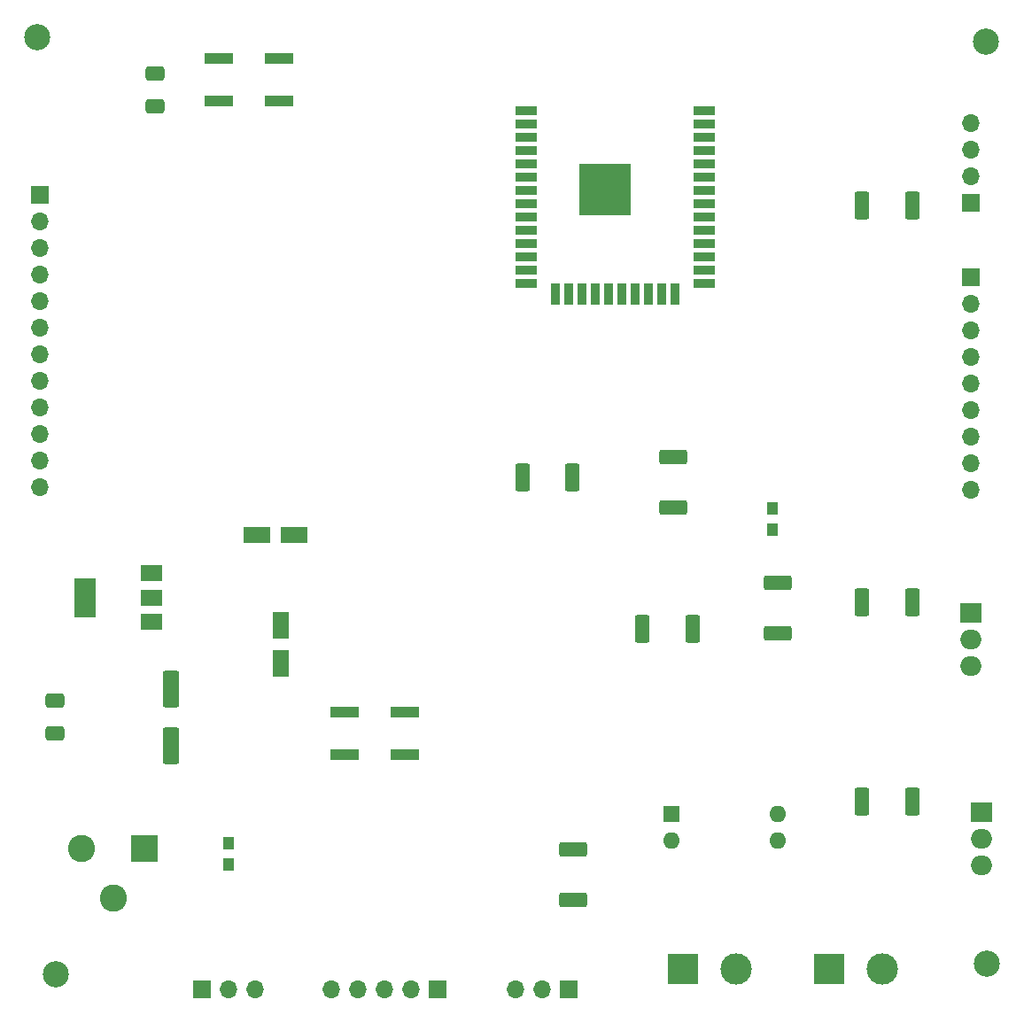
<source format=gbr>
%TF.GenerationSoftware,KiCad,Pcbnew,(6.0.7)*%
%TF.CreationDate,2022-10-25T15:01:53-05:00*%
%TF.ProjectId,Embebidos1,456d6265-6269-4646-9f73-312e6b696361,rev?*%
%TF.SameCoordinates,Original*%
%TF.FileFunction,Soldermask,Top*%
%TF.FilePolarity,Negative*%
%FSLAX46Y46*%
G04 Gerber Fmt 4.6, Leading zero omitted, Abs format (unit mm)*
G04 Created by KiCad (PCBNEW (6.0.7)) date 2022-10-25 15:01:53*
%MOMM*%
%LPD*%
G01*
G04 APERTURE LIST*
G04 Aperture macros list*
%AMRoundRect*
0 Rectangle with rounded corners*
0 $1 Rounding radius*
0 $2 $3 $4 $5 $6 $7 $8 $9 X,Y pos of 4 corners*
0 Add a 4 corners polygon primitive as box body*
4,1,4,$2,$3,$4,$5,$6,$7,$8,$9,$2,$3,0*
0 Add four circle primitives for the rounded corners*
1,1,$1+$1,$2,$3*
1,1,$1+$1,$4,$5*
1,1,$1+$1,$6,$7*
1,1,$1+$1,$8,$9*
0 Add four rect primitives between the rounded corners*
20,1,$1+$1,$2,$3,$4,$5,0*
20,1,$1+$1,$4,$5,$6,$7,0*
20,1,$1+$1,$6,$7,$8,$9,0*
20,1,$1+$1,$8,$9,$2,$3,0*%
G04 Aperture macros list end*
%ADD10RoundRect,0.250000X-0.650000X0.412500X-0.650000X-0.412500X0.650000X-0.412500X0.650000X0.412500X0*%
%ADD11R,2.000000X1.905000*%
%ADD12O,2.000000X1.905000*%
%ADD13R,1.700000X1.700000*%
%ADD14O,1.700000X1.700000*%
%ADD15R,2.000000X0.900000*%
%ADD16R,0.900000X2.000000*%
%ADD17R,5.000000X5.000000*%
%ADD18RoundRect,0.250000X0.550000X-1.050000X0.550000X1.050000X-0.550000X1.050000X-0.550000X-1.050000X0*%
%ADD19R,3.000000X3.000000*%
%ADD20C,3.000000*%
%ADD21R,2.600000X2.600000*%
%ADD22C,2.600000*%
%ADD23RoundRect,0.249999X1.075001X-0.450001X1.075001X0.450001X-1.075001X0.450001X-1.075001X-0.450001X0*%
%ADD24RoundRect,0.249999X-0.450001X-1.075001X0.450001X-1.075001X0.450001X1.075001X-0.450001X1.075001X0*%
%ADD25C,2.500000*%
%ADD26R,2.750000X1.000000*%
%ADD27RoundRect,0.249999X0.450001X1.075001X-0.450001X1.075001X-0.450001X-1.075001X0.450001X-1.075001X0*%
%ADD28RoundRect,0.250000X-1.050000X-0.550000X1.050000X-0.550000X1.050000X0.550000X-1.050000X0.550000X0*%
%ADD29RoundRect,0.250000X-0.550000X1.500000X-0.550000X-1.500000X0.550000X-1.500000X0.550000X1.500000X0*%
%ADD30R,2.000000X1.500000*%
%ADD31R,2.000000X3.800000*%
%ADD32R,1.000000X1.200000*%
%ADD33R,1.600000X1.600000*%
%ADD34O,1.600000X1.600000*%
%ADD35RoundRect,0.250000X0.650000X-0.412500X0.650000X0.412500X-0.650000X0.412500X-0.650000X-0.412500X0*%
G04 APERTURE END LIST*
D10*
%TO.C,C10*%
X41457600Y-89343900D03*
X41457600Y-92468900D03*
%TD*%
D11*
%TO.C,Q2*%
X129000000Y-81000000D03*
D12*
X129000000Y-83540000D03*
X129000000Y-86080000D03*
%TD*%
D13*
%TO.C,J2*%
X78000000Y-117000000D03*
D14*
X75460000Y-117000000D03*
X72920000Y-117000000D03*
X70380000Y-117000000D03*
X67840000Y-117000000D03*
%TD*%
D15*
%TO.C,U4*%
X86500000Y-32995000D03*
X86500000Y-34265000D03*
X86500000Y-35535000D03*
X86500000Y-36805000D03*
X86500000Y-38075000D03*
X86500000Y-39345000D03*
X86500000Y-40615000D03*
X86500000Y-41885000D03*
X86500000Y-43155000D03*
X86500000Y-44425000D03*
X86500000Y-45695000D03*
X86500000Y-46965000D03*
X86500000Y-48235000D03*
X86500000Y-49505000D03*
D16*
X89285000Y-50505000D03*
X90555000Y-50505000D03*
X91825000Y-50505000D03*
X93095000Y-50505000D03*
X94365000Y-50505000D03*
X95635000Y-50505000D03*
X96905000Y-50505000D03*
X98175000Y-50505000D03*
X99445000Y-50505000D03*
X100715000Y-50505000D03*
D15*
X103500000Y-49505000D03*
X103500000Y-48235000D03*
X103500000Y-46965000D03*
X103500000Y-45695000D03*
X103500000Y-44425000D03*
X103500000Y-43155000D03*
X103500000Y-41885000D03*
X103500000Y-40615000D03*
X103500000Y-39345000D03*
X103500000Y-38075000D03*
X103500000Y-36805000D03*
X103500000Y-35535000D03*
X103500000Y-34265000D03*
X103500000Y-32995000D03*
D17*
X94000000Y-40495000D03*
%TD*%
D18*
%TO.C,C2*%
X63000000Y-85800000D03*
X63000000Y-82200000D03*
%TD*%
D19*
%TO.C,J4*%
X115460000Y-115000000D03*
D20*
X120540000Y-115000000D03*
%TD*%
D13*
%TO.C,J1*%
X90525000Y-117000000D03*
D14*
X87985000Y-117000000D03*
X85445000Y-117000000D03*
%TD*%
D21*
%TO.C,J6*%
X50000000Y-103500000D03*
D22*
X44000000Y-103500000D03*
X47000000Y-108200000D03*
%TD*%
D23*
%TO.C,R11*%
X91000000Y-108400000D03*
X91000000Y-103600000D03*
%TD*%
D24*
%TO.C,R5*%
X118600000Y-80000000D03*
X123400000Y-80000000D03*
%TD*%
D25*
%TO.C,H1*%
X130440000Y-26380000D03*
%TD*%
%TO.C,H3*%
X41500000Y-115500000D03*
%TD*%
D23*
%TO.C,R2*%
X110500000Y-82900000D03*
X110500000Y-78100000D03*
%TD*%
%TO.C,R3*%
X100500000Y-70900000D03*
X100500000Y-66100000D03*
%TD*%
D26*
%TO.C,SW1*%
X69120000Y-90500000D03*
X74880000Y-90500000D03*
X74880000Y-94500000D03*
X69120000Y-94500000D03*
%TD*%
D25*
%TO.C,H2*%
X39770000Y-25970000D03*
%TD*%
D13*
%TO.C,J5*%
X129000000Y-41800000D03*
D14*
X129000000Y-39260000D03*
X129000000Y-36720000D03*
X129000000Y-34180000D03*
%TD*%
D13*
%TO.C,J9*%
X129000000Y-48850000D03*
D14*
X129000000Y-51390000D03*
X129000000Y-53930000D03*
X129000000Y-56470000D03*
X129000000Y-59010000D03*
X129000000Y-61550000D03*
X129000000Y-64090000D03*
X129000000Y-66630000D03*
X129000000Y-69170000D03*
%TD*%
D27*
%TO.C,R7*%
X102400000Y-82500000D03*
X97600000Y-82500000D03*
%TD*%
D11*
%TO.C,Q1*%
X130000000Y-100000000D03*
D12*
X130000000Y-102540000D03*
X130000000Y-105080000D03*
%TD*%
D28*
%TO.C,C4*%
X60700000Y-73500000D03*
X64300000Y-73500000D03*
%TD*%
D29*
%TO.C,C3*%
X52500000Y-88300000D03*
X52500000Y-93700000D03*
%TD*%
D24*
%TO.C,R4*%
X118600000Y-99000000D03*
X123400000Y-99000000D03*
%TD*%
D30*
%TO.C,U1*%
X50650000Y-81800000D03*
X50650000Y-79500000D03*
D31*
X44350000Y-79500000D03*
D30*
X50650000Y-77200000D03*
%TD*%
D32*
%TO.C,USERLED1*%
X110000000Y-71000000D03*
X110000000Y-73000000D03*
%TD*%
D26*
%TO.C,SW2*%
X62880000Y-28000000D03*
X57120000Y-28000000D03*
X62880000Y-32000000D03*
X57120000Y-32000000D03*
%TD*%
D33*
%TO.C,U5*%
X100400000Y-100225000D03*
D34*
X100400000Y-102765000D03*
X110560000Y-102765000D03*
X110560000Y-100225000D03*
%TD*%
D32*
%TO.C,LEDON1*%
X58000000Y-103000000D03*
X58000000Y-105000000D03*
%TD*%
D25*
%TO.C,H4*%
X130500000Y-114500000D03*
%TD*%
D35*
%TO.C,C1*%
X51000000Y-32562500D03*
X51000000Y-29437500D03*
%TD*%
D27*
%TO.C,R1*%
X90900000Y-68000000D03*
X86100000Y-68000000D03*
%TD*%
D19*
%TO.C,J7*%
X101460000Y-115000000D03*
D20*
X106540000Y-115000000D03*
%TD*%
D27*
%TO.C,R6*%
X123400000Y-42000000D03*
X118600000Y-42000000D03*
%TD*%
D13*
%TO.C,J8*%
X40000000Y-41025000D03*
D14*
X40000000Y-43565000D03*
X40000000Y-46105000D03*
X40000000Y-48645000D03*
X40000000Y-51185000D03*
X40000000Y-53725000D03*
X40000000Y-56265000D03*
X40000000Y-58805000D03*
X40000000Y-61345000D03*
X40000000Y-63885000D03*
X40000000Y-66425000D03*
X40000000Y-68965000D03*
%TD*%
D13*
%TO.C,J3*%
X55475000Y-117000000D03*
D14*
X58015000Y-117000000D03*
X60555000Y-117000000D03*
%TD*%
M02*

</source>
